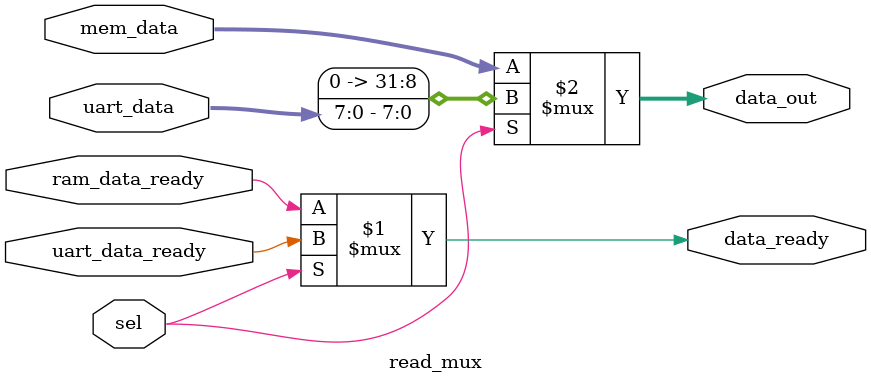
<source format=v>
module read_mux(
input sel,
input ram_data_ready,
input uart_data_ready,
input [31:0] mem_data,
input [7:0] uart_data,
output [31:0] data_out,
output data_ready
);
assign data_ready = sel ? uart_data_ready : ram_data_ready;
assign data_out = sel ? {24'b0,uart_data} : mem_data;

endmodule
</source>
